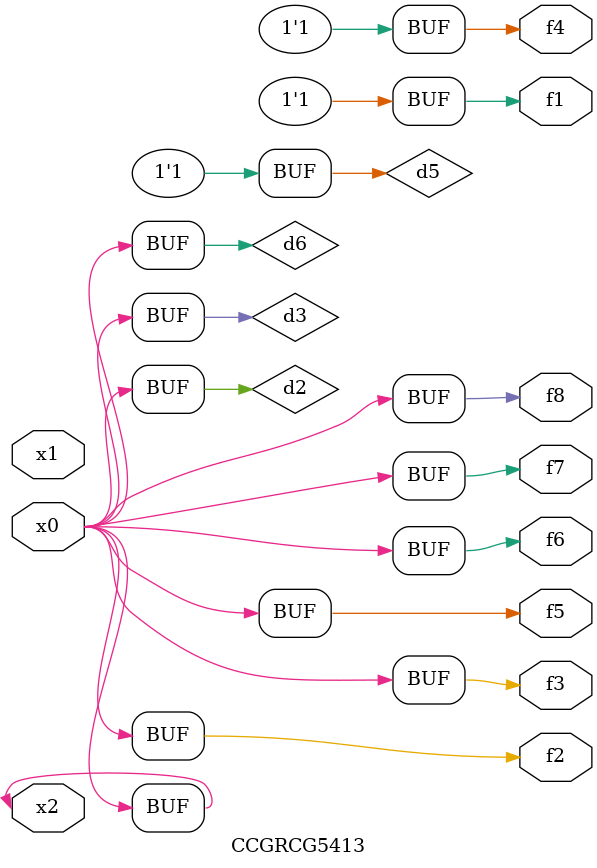
<source format=v>
module CCGRCG5413(
	input x0, x1, x2,
	output f1, f2, f3, f4, f5, f6, f7, f8
);

	wire d1, d2, d3, d4, d5, d6;

	xnor (d1, x2);
	buf (d2, x0, x2);
	and (d3, x0);
	xnor (d4, x1, x2);
	nand (d5, d1, d3);
	buf (d6, d2, d3);
	assign f1 = d5;
	assign f2 = d6;
	assign f3 = d6;
	assign f4 = d5;
	assign f5 = d6;
	assign f6 = d6;
	assign f7 = d6;
	assign f8 = d6;
endmodule

</source>
